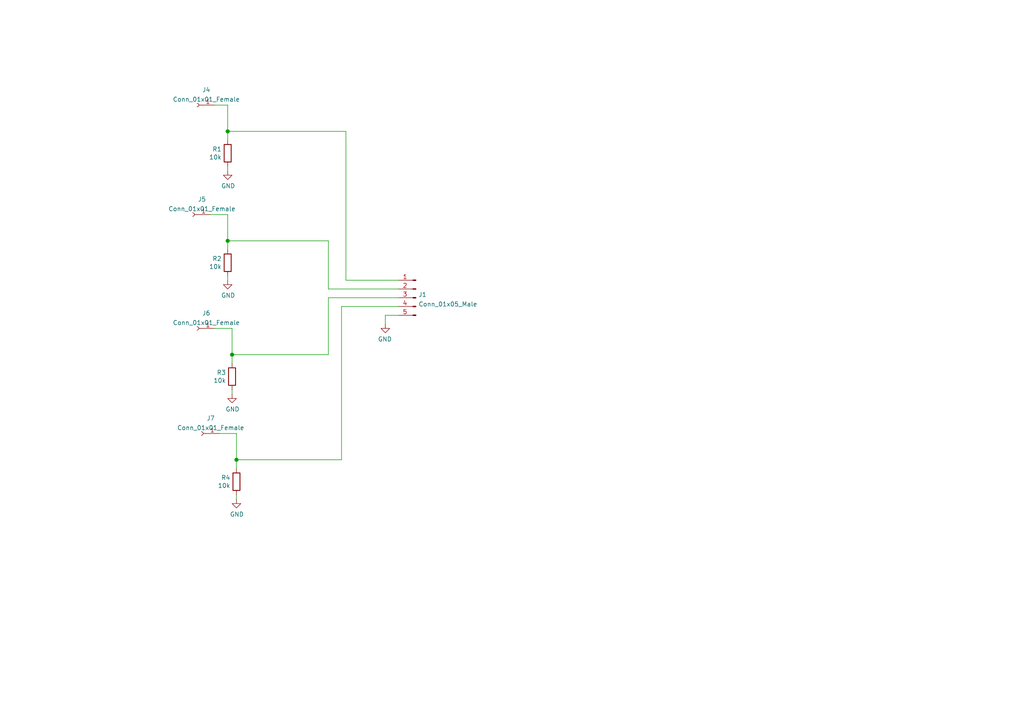
<source format=kicad_sch>
(kicad_sch (version 20210621) (generator eeschema)
  (paper "A4")
  (lib_symbols
    (symbol "Connector:Conn_01x01_Female" (pin_names (offset 1.016) hide)
      (property "Reference" "J" (at 0 2.54 0))
      (property "Value" "Conn_01x01_Female" (at 0 -2.54 0))
      (symbol "Conn_01x01_Female_1_1"
        (arc (start 0 0.508) (end 0 -0.508) (radius (at 0 0) (length 0.508) (angles 90.1 -90.1)) (stroke (width 0.1524)))
        (polyline (pts (xy -1.27 0) (xy -0.508 0)) (stroke (width 0.1524)))
        (pin passive line (at -5.08 0 0) (length 3.81) (name "Pin_1") (number "1"))
      )
    )
    (symbol "Connector:Conn_01x05_Male" (pin_names (offset 1.016) hide)
      (property "Reference" "J" (at 0 7.62 0))
      (property "Value" "Conn_01x05_Male" (at 0 -7.62 0))
      (symbol "Conn_01x05_Male_1_1"
        (rectangle (start 0.8636 -4.953) (end 0 -5.207) (stroke (width 0.1524)) (fill (type outline)))
        (rectangle (start 0.8636 -2.413) (end 0 -2.667) (stroke (width 0.1524)) (fill (type outline)))
        (rectangle (start 0.8636 0.127) (end 0 -0.127) (stroke (width 0.1524)) (fill (type outline)))
        (rectangle (start 0.8636 2.667) (end 0 2.413) (stroke (width 0.1524)) (fill (type outline)))
        (rectangle (start 0.8636 5.207) (end 0 4.953) (stroke (width 0.1524)) (fill (type outline)))
        (polyline (pts (xy 1.27 -5.08) (xy 0.8636 -5.08)) (stroke (width 0.1524)))
        (polyline (pts (xy 1.27 -2.54) (xy 0.8636 -2.54)) (stroke (width 0.1524)))
        (polyline (pts (xy 1.27 0) (xy 0.8636 0)) (stroke (width 0.1524)))
        (polyline (pts (xy 1.27 2.54) (xy 0.8636 2.54)) (stroke (width 0.1524)))
        (polyline (pts (xy 1.27 5.08) (xy 0.8636 5.08)) (stroke (width 0.1524)))
        (pin passive line (at 5.08 5.08 180) (length 3.81) (name "Pin_1") (number "1"))
        (pin passive line (at 5.08 2.54 180) (length 3.81) (name "Pin_2") (number "2"))
        (pin passive line (at 5.08 0 180) (length 3.81) (name "Pin_3") (number "3"))
        (pin passive line (at 5.08 -2.54 180) (length 3.81) (name "Pin_4") (number "4"))
        (pin passive line (at 5.08 -5.08 180) (length 3.81) (name "Pin_5") (number "5"))
      )
    )
    (symbol "Device:R" (pin_numbers hide) (pin_names (offset 0))
      (property "Reference" "R" (at 2.032 0 90))
      (property "Value" "R" (at 0 0 90))
      (symbol "R_0_1"
        (rectangle (start -1.016 -2.54) (end 1.016 2.54) (stroke (width 0.254)))
      )
      (symbol "R_1_1"
        (pin passive line (at 0 3.81 270) (length 1.27) (name "~") (number "1"))
        (pin passive line (at 0 -3.81 90) (length 1.27) (name "~") (number "2"))
      )
    )
    (symbol "power:GND" (power) (pin_names (offset 0))
      (property "Value" "GND" (at 0 -3.81 0))
      (symbol "GND_0_1"
        (polyline (pts (xy 0 0) (xy 0 -1.27) (xy 1.27 -1.27) (xy 0 -2.54) (xy -1.27 -1.27) (xy 0 -1.27)))
      )
      (symbol "GND_1_1"
        (pin power_in line (at 0 0 270) (length 0) hide (name "GND") (number "1"))
      )
    )
  )
  (junction (at 66.04 38.1) (diameter 1.016))
  (junction (at 66.04 69.85) (diameter 1.016))
  (junction (at 67.31 102.87) (diameter 1.016))
  (junction (at 68.58 133.35) (diameter 1.016))
  (wire (pts (xy 60.96 62.23) (xy 66.04 62.23)))
  (wire (pts (xy 62.23 30.48) (xy 66.04 30.48)))
  (wire (pts (xy 62.23 95.25) (xy 67.31 95.25)))
  (wire (pts (xy 63.5 125.73) (xy 68.58 125.73)))
  (wire (pts (xy 66.04 30.48) (xy 66.04 38.1)))
  (wire (pts (xy 66.04 38.1) (xy 66.04 40.64)))
  (wire (pts (xy 66.04 38.1) (xy 100.33 38.1)))
  (wire (pts (xy 66.04 49.53) (xy 66.04 48.26)))
  (wire (pts (xy 66.04 62.23) (xy 66.04 69.85)))
  (wire (pts (xy 66.04 69.85) (xy 66.04 72.39)))
  (wire (pts (xy 66.04 69.85) (xy 95.25 69.85)))
  (wire (pts (xy 66.04 81.28) (xy 66.04 80.01)))
  (wire (pts (xy 67.31 95.25) (xy 67.31 102.87)))
  (wire (pts (xy 67.31 102.87) (xy 67.31 105.41)))
  (wire (pts (xy 67.31 102.87) (xy 95.25 102.87)))
  (wire (pts (xy 67.31 114.3) (xy 67.31 113.03)))
  (wire (pts (xy 68.58 125.73) (xy 68.58 133.35)))
  (wire (pts (xy 68.58 133.35) (xy 68.58 135.89)))
  (wire (pts (xy 68.58 133.35) (xy 99.06 133.35)))
  (wire (pts (xy 68.58 144.78) (xy 68.58 143.51)))
  (wire (pts (xy 95.25 69.85) (xy 95.25 83.82)))
  (wire (pts (xy 95.25 83.82) (xy 115.57 83.82)))
  (wire (pts (xy 95.25 86.36) (xy 95.25 102.87)))
  (wire (pts (xy 99.06 88.9) (xy 99.06 133.35)))
  (wire (pts (xy 100.33 38.1) (xy 100.33 81.28)))
  (wire (pts (xy 100.33 81.28) (xy 115.57 81.28)))
  (wire (pts (xy 111.76 91.44) (xy 111.76 93.98)))
  (wire (pts (xy 115.57 86.36) (xy 95.25 86.36)))
  (wire (pts (xy 115.57 88.9) (xy 99.06 88.9)))
  (wire (pts (xy 115.57 91.44) (xy 111.76 91.44)))
  (symbol (lib_id "Connector:Conn_01x01_Female") (at 55.88 62.23 0) (mirror y) (unit 1)
    (property "Reference" "J5" (at 58.5724 57.8062 0))
    (property "Value" "Conn_01x01_Female" (at 58.5724 60.5813 0))
    (property "Footprint" "CosmicRayDetector:GeigerTube" (effects hide))
  )
  (symbol (lib_id "Connector:Conn_01x01_Female") (at 57.15 30.48 0) (mirror y) (unit 1)
    (property "Reference" "J4" (at 59.8424 26.0562 0))
    (property "Value" "Conn_01x01_Female" (at 59.8424 28.8313 0))
    (property "Footprint" "CosmicRayDetector:GeigerTube" (effects hide))
  )
  (symbol (lib_id "Connector:Conn_01x01_Female") (at 57.15 95.25 0) (mirror y) (unit 1)
    (property "Reference" "J6" (at 59.8424 90.8262 0))
    (property "Value" "Conn_01x01_Female" (at 59.8424 93.6013 0))
    (property "Footprint" "CosmicRayDetector:GeigerTube" (effects hide))
  )
  (symbol (lib_id "Connector:Conn_01x01_Female") (at 58.42 125.73 0) (mirror y) (unit 1)
    (property "Reference" "J7" (at 61.1124 121.3062 0))
    (property "Value" "Conn_01x01_Female" (at 61.1124 124.0813 0))
    (property "Footprint" "CosmicRayDetector:GeigerTube" (effects hide))
  )
  (symbol (lib_id "power:GND") (at 66.04 49.53 0) (unit 1)
    (property "Reference" "#PWR01" (effects hide))
    (property "Value" "GND" (at 66.167 53.9242 0))
  )
  (symbol (lib_id "power:GND") (at 66.04 81.28 0) (unit 1)
    (property "Reference" "#PWR02" (effects hide))
    (property "Value" "GND" (at 66.167 85.6742 0))
  )
  (symbol (lib_id "power:GND") (at 67.31 114.3 0) (unit 1)
    (property "Reference" "#PWR04" (effects hide))
    (property "Value" "GND" (at 67.437 118.6942 0))
  )
  (symbol (lib_id "power:GND") (at 68.58 144.78 0) (unit 1)
    (property "Reference" "#PWR05" (effects hide))
    (property "Value" "GND" (at 68.707 149.1742 0))
  )
  (symbol (lib_id "power:GND") (at 111.76 93.98 0) (mirror y) (unit 1)
    (property "Reference" "#PWR03" (effects hide))
    (property "Value" "GND" (at 111.633 98.3742 0))
  )
  (symbol (lib_id "Device:R") (at 66.04 44.45 0) (unit 1)
    (property "Reference" "R1" (at 64.2874 43.2816 0) (effects (justify right)))
    (property "Value" "10k" (at 64.2874 45.593 0) (effects (justify right)))
    (property "Footprint" "Resistor_SMD:R_0805_2012Metric_Pad1.20x1.40mm_HandSolder" (effects hide))
  )
  (symbol (lib_id "Device:R") (at 66.04 76.2 0) (unit 1)
    (property "Reference" "R2" (at 64.2874 75.0316 0) (effects (justify right)))
    (property "Value" "10k" (at 64.2874 77.343 0) (effects (justify right)))
    (property "Footprint" "Resistor_SMD:R_0805_2012Metric_Pad1.20x1.40mm_HandSolder" (effects hide))
  )
  (symbol (lib_id "Device:R") (at 67.31 109.22 0) (unit 1)
    (property "Reference" "R3" (at 65.5574 108.0516 0) (effects (justify right)))
    (property "Value" "10k" (at 65.5574 110.363 0) (effects (justify right)))
    (property "Footprint" "Resistor_SMD:R_0805_2012Metric_Pad1.20x1.40mm_HandSolder" (effects hide))
  )
  (symbol (lib_id "Device:R") (at 68.58 139.7 0) (unit 1)
    (property "Reference" "R4" (at 66.8274 138.5316 0) (effects (justify right)))
    (property "Value" "10k" (at 66.8274 140.843 0) (effects (justify right)))
    (property "Footprint" "Resistor_SMD:R_0805_2012Metric_Pad1.20x1.40mm_HandSolder" (effects hide))
  )
  (symbol (lib_id "Connector:Conn_01x05_Male") (at 120.65 86.36 0) (mirror y) (unit 1)
    (property "Reference" "J1" (at 121.3613 85.4515 0) (effects (justify right)))
    (property "Value" "Conn_01x05_Male" (at 121.3613 88.2266 0) (effects (justify right)))
    (property "Footprint" "Connector_PinHeader_2.54mm:PinHeader_1x05_P2.54mm_Horizontal" (effects hide))
  )
)
</source>
